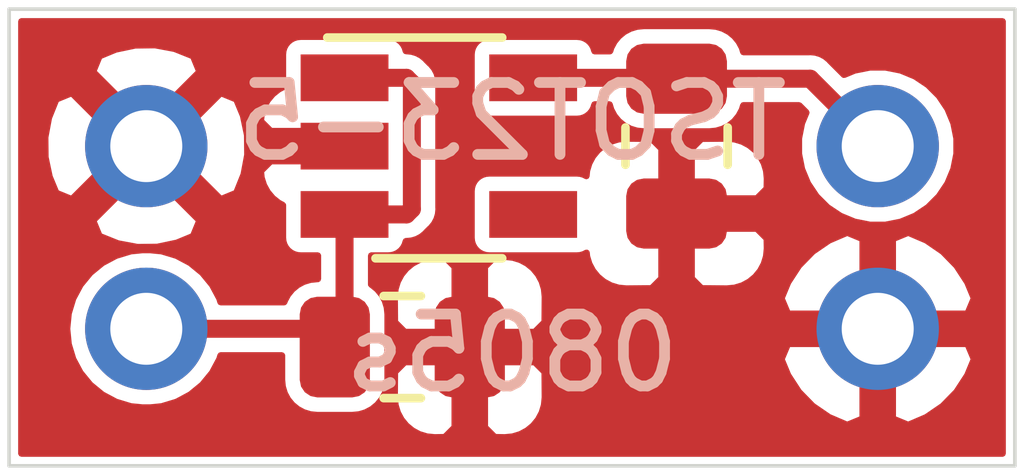
<source format=kicad_pcb>
(kicad_pcb (version 20171130) (host pcbnew "(5.1.2-1)-1")

  (general
    (thickness 1.6)
    (drawings 5)
    (tracks 13)
    (zones 0)
    (modules 5)
    (nets 5)
  )

  (page A4)
  (layers
    (0 F.Cu signal)
    (31 B.Cu signal)
    (32 B.Adhes user)
    (33 F.Adhes user)
    (34 B.Paste user)
    (35 F.Paste user)
    (36 B.SilkS user)
    (37 F.SilkS user)
    (38 B.Mask user)
    (39 F.Mask user)
    (40 Dwgs.User user)
    (41 Cmts.User user)
    (42 Eco1.User user)
    (43 Eco2.User user)
    (44 Edge.Cuts user)
    (45 Margin user)
    (46 B.CrtYd user)
    (47 F.CrtYd user)
    (48 B.Fab user)
    (49 F.Fab user)
  )

  (setup
    (last_trace_width 0.25)
    (trace_clearance 0.2)
    (zone_clearance 0.1)
    (zone_45_only no)
    (trace_min 0.2)
    (via_size 0.8)
    (via_drill 0.4)
    (via_min_size 0.4)
    (via_min_drill 0.3)
    (uvia_size 0.3)
    (uvia_drill 0.1)
    (uvias_allowed no)
    (uvia_min_size 0.2)
    (uvia_min_drill 0.1)
    (edge_width 0.05)
    (segment_width 0.2)
    (pcb_text_width 0.3)
    (pcb_text_size 1.5 1.5)
    (mod_edge_width 0.12)
    (mod_text_size 1 1)
    (mod_text_width 0.15)
    (pad_size 1.524 1.524)
    (pad_drill 0.762)
    (pad_to_mask_clearance 0.051)
    (solder_mask_min_width 0.25)
    (aux_axis_origin 0 0)
    (visible_elements FFFFFF7F)
    (pcbplotparams
      (layerselection 0x010fc_ffffffff)
      (usegerberextensions false)
      (usegerberattributes false)
      (usegerberadvancedattributes false)
      (creategerberjobfile false)
      (excludeedgelayer true)
      (linewidth 0.100000)
      (plotframeref false)
      (viasonmask false)
      (mode 1)
      (useauxorigin false)
      (hpglpennumber 1)
      (hpglpenspeed 20)
      (hpglpendiameter 15.000000)
      (psnegative false)
      (psa4output false)
      (plotreference true)
      (plotvalue true)
      (plotinvisibletext false)
      (padsonsilk false)
      (subtractmaskfromsilk false)
      (outputformat 1)
      (mirror false)
      (drillshape 1)
      (scaleselection 1)
      (outputdirectory ""))
  )

  (net 0 "")
  (net 1 "Net-(C1-Pad2)")
  (net 2 "Net-(C1-Pad1)")
  (net 3 "Net-(C2-Pad1)")
  (net 4 "Net-(U1-Pad4)")

  (net_class Default "This is the default net class."
    (clearance 0.2)
    (trace_width 0.25)
    (via_dia 0.8)
    (via_drill 0.4)
    (uvia_dia 0.3)
    (uvia_drill 0.1)
    (add_net "Net-(C1-Pad1)")
    (add_net "Net-(C1-Pad2)")
    (add_net "Net-(C2-Pad1)")
    (add_net "Net-(U1-Pad4)")
  )

  (module Connector_PinSocket_2.54mm:PinSocket_1x02_P2.54mm_Vertical (layer F.Cu) (tedit 5EC1F0C0) (tstamp 5EC24A25)
    (at 111.76 66.04)
    (descr "Through hole straight socket strip, 1x02, 2.54mm pitch, single row (from Kicad 4.0.7), script generated")
    (tags "Through hole socket strip THT 1x02 2.54mm single row")
    (path /5EC221DA)
    (fp_text reference J1 (at 0 -2.77) (layer F.SilkS) hide
      (effects (font (size 1 1) (thickness 0.15)))
    )
    (fp_text value Conn_01x02_Female (at 0 5.31) (layer F.Fab) hide
      (effects (font (size 1 1) (thickness 0.15)))
    )
    (fp_text user %R (at 0 1.27 90) (layer F.Fab)
      (effects (font (size 1 1) (thickness 0.15)))
    )
    (fp_line (start -1.8 4.3) (end -1.8 -1.8) (layer F.CrtYd) (width 0.05))
    (fp_line (start 1.75 4.3) (end -1.8 4.3) (layer F.CrtYd) (width 0.05))
    (fp_line (start 1.75 -1.8) (end 1.75 4.3) (layer F.CrtYd) (width 0.05))
    (fp_line (start -1.8 -1.8) (end 1.75 -1.8) (layer F.CrtYd) (width 0.05))
    (fp_line (start -1.27 3.81) (end -1.27 -1.27) (layer F.Fab) (width 0.1))
    (fp_line (start 1.27 3.81) (end -1.27 3.81) (layer F.Fab) (width 0.1))
    (fp_line (start 1.27 -0.635) (end 1.27 3.81) (layer F.Fab) (width 0.1))
    (fp_line (start 0.635 -1.27) (end 1.27 -0.635) (layer F.Fab) (width 0.1))
    (fp_line (start -1.27 -1.27) (end 0.635 -1.27) (layer F.Fab) (width 0.1))
    (pad 2 thru_hole oval (at 0 2.54) (size 1.7 1.7) (drill 1) (layers *.Cu *.Mask)
      (net 2 "Net-(C1-Pad1)"))
    (pad 1 thru_hole circle (at 0 0) (size 1.7 1.7) (drill 1) (layers *.Cu *.Mask)
      (net 1 "Net-(C1-Pad2)"))
    (model ${KISYS3DMOD}/Connector_PinSocket_2.54mm.3dshapes/PinSocket_1x02_P2.54mm_Vertical.wrl
      (at (xyz 0 0 0))
      (scale (xyz 1 1 1))
      (rotate (xyz 0 0 0))
    )
  )

  (module Connector_PinSocket_2.54mm:PinSocket_1x02_P2.54mm_Vertical (layer F.Cu) (tedit 5EC1F079) (tstamp 5EC24A3B)
    (at 121.92 66.04)
    (descr "Through hole straight socket strip, 1x02, 2.54mm pitch, single row (from Kicad 4.0.7), script generated")
    (tags "Through hole socket strip THT 1x02 2.54mm single row")
    (path /5EC231FC)
    (fp_text reference J2 (at 0 -2.77) (layer F.SilkS) hide
      (effects (font (size 1 1) (thickness 0.15)))
    )
    (fp_text value Conn_01x02_Female (at 0 5.31) (layer F.Fab) hide
      (effects (font (size 1 1) (thickness 0.15)))
    )
    (fp_text user %R (at 0 1.27 90) (layer F.Fab)
      (effects (font (size 1 1) (thickness 0.15)))
    )
    (fp_line (start -1.8 4.3) (end -1.8 -1.8) (layer F.CrtYd) (width 0.05))
    (fp_line (start 1.75 4.3) (end -1.8 4.3) (layer F.CrtYd) (width 0.05))
    (fp_line (start 1.75 -1.8) (end 1.75 4.3) (layer F.CrtYd) (width 0.05))
    (fp_line (start -1.8 -1.8) (end 1.75 -1.8) (layer F.CrtYd) (width 0.05))
    (fp_line (start -1.27 3.81) (end -1.27 -1.27) (layer F.Fab) (width 0.1))
    (fp_line (start 1.27 3.81) (end -1.27 3.81) (layer F.Fab) (width 0.1))
    (fp_line (start 1.27 -0.635) (end 1.27 3.81) (layer F.Fab) (width 0.1))
    (fp_line (start 0.635 -1.27) (end 1.27 -0.635) (layer F.Fab) (width 0.1))
    (fp_line (start -1.27 -1.27) (end 0.635 -1.27) (layer F.Fab) (width 0.1))
    (pad 2 thru_hole oval (at 0 2.54) (size 1.7 1.7) (drill 1) (layers *.Cu *.Mask)
      (net 1 "Net-(C1-Pad2)"))
    (pad 1 thru_hole circle (at 0 0) (size 1.7 1.7) (drill 1) (layers *.Cu *.Mask)
      (net 3 "Net-(C2-Pad1)"))
    (model ${KISYS3DMOD}/Connector_PinSocket_2.54mm.3dshapes/PinSocket_1x02_P2.54mm_Vertical.wrl
      (at (xyz 0 0 0))
      (scale (xyz 1 1 1))
      (rotate (xyz 0 0 0))
    )
  )

  (module Package_TO_SOT_SMD:TSOT-23-5 (layer F.Cu) (tedit 5A02FF57) (tstamp 5EC24A50)
    (at 115.824 66.04)
    (descr "5-pin TSOT23 package, http://cds.linear.com/docs/en/packaging/SOT_5_05-08-1635.pdf")
    (tags TSOT-23-5)
    (path /5EC1F9C1)
    (attr smd)
    (fp_text reference U1 (at 0 -2.45) (layer F.SilkS) hide
      (effects (font (size 1 1) (thickness 0.15)))
    )
    (fp_text value MIC5365-3.3YC5 (at 0 2.5) (layer F.Fab) hide
      (effects (font (size 1 1) (thickness 0.15)))
    )
    (fp_line (start 2.17 1.7) (end -2.17 1.7) (layer F.CrtYd) (width 0.05))
    (fp_line (start 2.17 1.7) (end 2.17 -1.7) (layer F.CrtYd) (width 0.05))
    (fp_line (start -2.17 -1.7) (end -2.17 1.7) (layer F.CrtYd) (width 0.05))
    (fp_line (start -2.17 -1.7) (end 2.17 -1.7) (layer F.CrtYd) (width 0.05))
    (fp_line (start 0.88 -1.45) (end 0.88 1.45) (layer F.Fab) (width 0.1))
    (fp_line (start 0.88 1.45) (end -0.88 1.45) (layer F.Fab) (width 0.1))
    (fp_line (start -0.88 -1) (end -0.88 1.45) (layer F.Fab) (width 0.1))
    (fp_line (start 0.88 -1.45) (end -0.43 -1.45) (layer F.Fab) (width 0.1))
    (fp_line (start -0.88 -1) (end -0.43 -1.45) (layer F.Fab) (width 0.1))
    (fp_line (start 0.88 -1.51) (end -1.55 -1.51) (layer F.SilkS) (width 0.12))
    (fp_line (start -0.88 1.56) (end 0.88 1.56) (layer F.SilkS) (width 0.12))
    (fp_text user %R (at 0 0 90) (layer F.Fab)
      (effects (font (size 0.5 0.5) (thickness 0.075)))
    )
    (pad 5 smd rect (at 1.31 -0.95) (size 1.22 0.65) (layers F.Cu F.Paste F.Mask)
      (net 3 "Net-(C2-Pad1)"))
    (pad 4 smd rect (at 1.31 0.95) (size 1.22 0.65) (layers F.Cu F.Paste F.Mask)
      (net 4 "Net-(U1-Pad4)"))
    (pad 3 smd rect (at -1.31 0.95) (size 1.22 0.65) (layers F.Cu F.Paste F.Mask)
      (net 2 "Net-(C1-Pad1)"))
    (pad 2 smd rect (at -1.31 0) (size 1.22 0.65) (layers F.Cu F.Paste F.Mask)
      (net 1 "Net-(C1-Pad2)"))
    (pad 1 smd rect (at -1.31 -0.95) (size 1.22 0.65) (layers F.Cu F.Paste F.Mask)
      (net 2 "Net-(C1-Pad1)"))
    (model ${KISYS3DMOD}/Package_TO_SOT_SMD.3dshapes/TSOT-23-5.wrl
      (at (xyz 0 0 0))
      (scale (xyz 1 1 1))
      (rotate (xyz 0 0 0))
    )
  )

  (module Capacitor_SMD:C_0805_2012Metric (layer F.Cu) (tedit 5B36C52B) (tstamp 5EC24A0F)
    (at 119.126 66.04 270)
    (descr "Capacitor SMD 0805 (2012 Metric), square (rectangular) end terminal, IPC_7351 nominal, (Body size source: https://docs.google.com/spreadsheets/d/1BsfQQcO9C6DZCsRaXUlFlo91Tg2WpOkGARC1WS5S8t0/edit?usp=sharing), generated with kicad-footprint-generator")
    (tags capacitor)
    (path /5EC214AE)
    (attr smd)
    (fp_text reference C2 (at 0 -1.65 90) (layer F.SilkS) hide
      (effects (font (size 1 1) (thickness 0.15)))
    )
    (fp_text value C_Small (at 0 1.65 90) (layer F.Fab) hide
      (effects (font (size 1 1) (thickness 0.15)))
    )
    (fp_text user %R (at 0 0 90) (layer F.Fab)
      (effects (font (size 0.5 0.5) (thickness 0.08)))
    )
    (fp_line (start 1.68 0.95) (end -1.68 0.95) (layer F.CrtYd) (width 0.05))
    (fp_line (start 1.68 -0.95) (end 1.68 0.95) (layer F.CrtYd) (width 0.05))
    (fp_line (start -1.68 -0.95) (end 1.68 -0.95) (layer F.CrtYd) (width 0.05))
    (fp_line (start -1.68 0.95) (end -1.68 -0.95) (layer F.CrtYd) (width 0.05))
    (fp_line (start -0.258578 0.71) (end 0.258578 0.71) (layer F.SilkS) (width 0.12))
    (fp_line (start -0.258578 -0.71) (end 0.258578 -0.71) (layer F.SilkS) (width 0.12))
    (fp_line (start 1 0.6) (end -1 0.6) (layer F.Fab) (width 0.1))
    (fp_line (start 1 -0.6) (end 1 0.6) (layer F.Fab) (width 0.1))
    (fp_line (start -1 -0.6) (end 1 -0.6) (layer F.Fab) (width 0.1))
    (fp_line (start -1 0.6) (end -1 -0.6) (layer F.Fab) (width 0.1))
    (pad 2 smd roundrect (at 0.9375 0 270) (size 0.975 1.4) (layers F.Cu F.Paste F.Mask) (roundrect_rratio 0.25)
      (net 1 "Net-(C1-Pad2)"))
    (pad 1 smd roundrect (at -0.9375 0 270) (size 0.975 1.4) (layers F.Cu F.Paste F.Mask) (roundrect_rratio 0.25)
      (net 3 "Net-(C2-Pad1)"))
    (model ${KISYS3DMOD}/Capacitor_SMD.3dshapes/C_0805_2012Metric.wrl
      (at (xyz 0 0 0))
      (scale (xyz 1 1 1))
      (rotate (xyz 0 0 0))
    )
  )

  (module Capacitor_SMD:C_0805_2012Metric (layer F.Cu) (tedit 5B36C52B) (tstamp 5EC249FE)
    (at 115.316 68.834)
    (descr "Capacitor SMD 0805 (2012 Metric), square (rectangular) end terminal, IPC_7351 nominal, (Body size source: https://docs.google.com/spreadsheets/d/1BsfQQcO9C6DZCsRaXUlFlo91Tg2WpOkGARC1WS5S8t0/edit?usp=sharing), generated with kicad-footprint-generator")
    (tags capacitor)
    (path /5EC20621)
    (attr smd)
    (fp_text reference C1 (at 0 -1.65) (layer F.SilkS) hide
      (effects (font (size 1 1) (thickness 0.15)))
    )
    (fp_text value C_Small (at 0 1.65) (layer F.Fab) hide
      (effects (font (size 1 1) (thickness 0.15)))
    )
    (fp_text user %R (at 0 0) (layer F.Fab)
      (effects (font (size 0.5 0.5) (thickness 0.08)))
    )
    (fp_line (start 1.68 0.95) (end -1.68 0.95) (layer F.CrtYd) (width 0.05))
    (fp_line (start 1.68 -0.95) (end 1.68 0.95) (layer F.CrtYd) (width 0.05))
    (fp_line (start -1.68 -0.95) (end 1.68 -0.95) (layer F.CrtYd) (width 0.05))
    (fp_line (start -1.68 0.95) (end -1.68 -0.95) (layer F.CrtYd) (width 0.05))
    (fp_line (start -0.258578 0.71) (end 0.258578 0.71) (layer F.SilkS) (width 0.12))
    (fp_line (start -0.258578 -0.71) (end 0.258578 -0.71) (layer F.SilkS) (width 0.12))
    (fp_line (start 1 0.6) (end -1 0.6) (layer F.Fab) (width 0.1))
    (fp_line (start 1 -0.6) (end 1 0.6) (layer F.Fab) (width 0.1))
    (fp_line (start -1 -0.6) (end 1 -0.6) (layer F.Fab) (width 0.1))
    (fp_line (start -1 0.6) (end -1 -0.6) (layer F.Fab) (width 0.1))
    (pad 2 smd roundrect (at 0.9375 0) (size 0.975 1.4) (layers F.Cu F.Paste F.Mask) (roundrect_rratio 0.25)
      (net 1 "Net-(C1-Pad2)"))
    (pad 1 smd roundrect (at -0.9375 0) (size 0.975 1.4) (layers F.Cu F.Paste F.Mask) (roundrect_rratio 0.25)
      (net 2 "Net-(C1-Pad1)"))
    (model ${KISYS3DMOD}/Capacitor_SMD.3dshapes/C_0805_2012Metric.wrl
      (at (xyz 0 0 0))
      (scale (xyz 1 1 1))
      (rotate (xyz 0 0 0))
    )
  )

  (gr_text "TSOT23-5\n\n0805s" (at 116.84 67.31) (layer B.SilkS)
    (effects (font (size 1 1) (thickness 0.15)) (justify mirror))
  )
  (gr_line (start 109.855 70.485) (end 109.855 64.135) (layer Edge.Cuts) (width 0.05) (tstamp 5EC25686))
  (gr_line (start 123.825 70.485) (end 109.855 70.485) (layer Edge.Cuts) (width 0.05))
  (gr_line (start 123.825 64.135) (end 123.825 70.485) (layer Edge.Cuts) (width 0.05))
  (gr_line (start 109.855 64.135) (end 123.825 64.135) (layer Edge.Cuts) (width 0.05))

  (segment (start 115.374 66.99) (end 114.514 66.99) (width 0.25) (layer F.Cu) (net 2))
  (segment (start 115.449001 66.914999) (end 115.374 66.99) (width 0.25) (layer F.Cu) (net 2))
  (segment (start 115.449001 65.165001) (end 115.449001 66.914999) (width 0.25) (layer F.Cu) (net 2))
  (segment (start 115.374 65.09) (end 115.449001 65.165001) (width 0.25) (layer F.Cu) (net 2))
  (segment (start 114.514 65.09) (end 115.374 65.09) (width 0.25) (layer F.Cu) (net 2))
  (segment (start 114.514 68.6985) (end 114.3785 68.834) (width 0.25) (layer F.Cu) (net 2))
  (segment (start 114.514 66.99) (end 114.514 68.6985) (width 0.25) (layer F.Cu) (net 2))
  (segment (start 114.1245 68.58) (end 114.3785 68.834) (width 0.25) (layer F.Cu) (net 2))
  (segment (start 111.76 68.58) (end 114.1245 68.58) (width 0.25) (layer F.Cu) (net 2))
  (segment (start 120.9825 65.1025) (end 121.92 66.04) (width 0.25) (layer F.Cu) (net 3))
  (segment (start 119.126 65.1025) (end 120.9825 65.1025) (width 0.25) (layer F.Cu) (net 3))
  (segment (start 119.1135 65.09) (end 119.126 65.1025) (width 0.25) (layer F.Cu) (net 3))
  (segment (start 117.134 65.09) (end 119.1135 65.09) (width 0.25) (layer F.Cu) (net 3))

  (zone (net 1) (net_name "Net-(C1-Pad2)") (layer F.Cu) (tstamp 0) (hatch edge 0.508)
    (connect_pads (clearance 0.1))
    (min_thickness 0.09)
    (fill yes (arc_segments 32) (thermal_gap 0.508) (thermal_bridge_width 0.508))
    (polygon
      (pts
        (xy 109.728 64.008) (xy 123.952 64.008) (xy 123.952 70.612) (xy 109.728 70.612)
      )
    )
    (filled_polygon
      (pts
        (xy 123.655001 70.315) (xy 110.025 70.315) (xy 110.025 68.58) (xy 110.659702 68.58) (xy 110.680844 68.794657)
        (xy 110.743457 69.001066) (xy 110.845136 69.191293) (xy 110.981972 69.358028) (xy 111.148707 69.494864) (xy 111.338934 69.596543)
        (xy 111.545343 69.659156) (xy 111.706209 69.675) (xy 111.813791 69.675) (xy 111.974657 69.659156) (xy 112.181066 69.596543)
        (xy 112.371293 69.494864) (xy 112.538028 69.358028) (xy 112.674864 69.191293) (xy 112.776543 69.001066) (xy 112.792034 68.95)
        (xy 113.644815 68.95) (xy 113.644815 69.29025) (xy 113.654229 69.385832) (xy 113.682109 69.47774) (xy 113.727384 69.562443)
        (xy 113.788314 69.636686) (xy 113.862557 69.697616) (xy 113.94726 69.742891) (xy 114.039168 69.770771) (xy 114.13475 69.780185)
        (xy 114.62225 69.780185) (xy 114.717832 69.770771) (xy 114.80974 69.742891) (xy 114.894443 69.697616) (xy 114.968686 69.636686)
        (xy 115.029616 69.562443) (xy 115.044819 69.534) (xy 115.210324 69.534) (xy 115.221001 69.642407) (xy 115.252622 69.746648)
        (xy 115.303972 69.842717) (xy 115.373078 69.926922) (xy 115.457283 69.996028) (xy 115.553352 70.047378) (xy 115.657593 70.078999)
        (xy 115.766 70.089676) (xy 115.90625 70.087) (xy 116.0445 69.94875) (xy 116.0445 69.043) (xy 116.4625 69.043)
        (xy 116.4625 69.94875) (xy 116.60075 70.087) (xy 116.741 70.089676) (xy 116.849407 70.078999) (xy 116.953648 70.047378)
        (xy 117.049717 69.996028) (xy 117.133922 69.926922) (xy 117.203028 69.842717) (xy 117.254378 69.746648) (xy 117.285999 69.642407)
        (xy 117.296676 69.534) (xy 117.294 69.18125) (xy 117.15575 69.043) (xy 116.4625 69.043) (xy 116.0445 69.043)
        (xy 115.35125 69.043) (xy 115.213 69.18125) (xy 115.210324 69.534) (xy 115.044819 69.534) (xy 115.074891 69.47774)
        (xy 115.102771 69.385832) (xy 115.112185 69.29025) (xy 115.112185 69.003456) (xy 120.582429 69.003456) (xy 120.67476 69.226381)
        (xy 120.82479 69.456895) (xy 121.016908 69.653711) (xy 121.243731 69.809265) (xy 121.496543 69.917579) (xy 121.711 69.829104)
        (xy 121.711 68.789) (xy 122.129 68.789) (xy 122.129 69.829104) (xy 122.343457 69.917579) (xy 122.596269 69.809265)
        (xy 122.823092 69.653711) (xy 123.01521 69.456895) (xy 123.16524 69.226381) (xy 123.257571 69.003456) (xy 123.167362 68.789)
        (xy 122.129 68.789) (xy 121.711 68.789) (xy 120.672638 68.789) (xy 120.582429 69.003456) (xy 115.112185 69.003456)
        (xy 115.112185 68.37775) (xy 115.102771 68.282168) (xy 115.074891 68.19026) (xy 115.04482 68.134) (xy 115.210324 68.134)
        (xy 115.213 68.48675) (xy 115.35125 68.625) (xy 116.0445 68.625) (xy 116.0445 67.71925) (xy 116.4625 67.71925)
        (xy 116.4625 68.625) (xy 117.15575 68.625) (xy 117.294 68.48675) (xy 117.296504 68.156544) (xy 120.582429 68.156544)
        (xy 120.672638 68.371) (xy 121.711 68.371) (xy 121.711 67.330896) (xy 122.129 67.330896) (xy 122.129 68.371)
        (xy 123.167362 68.371) (xy 123.257571 68.156544) (xy 123.16524 67.933619) (xy 123.01521 67.703105) (xy 122.823092 67.506289)
        (xy 122.596269 67.350735) (xy 122.343457 67.242421) (xy 122.129 67.330896) (xy 121.711 67.330896) (xy 121.496543 67.242421)
        (xy 121.243731 67.350735) (xy 121.016908 67.506289) (xy 120.82479 67.703105) (xy 120.67476 67.933619) (xy 120.582429 68.156544)
        (xy 117.296504 68.156544) (xy 117.296676 68.134) (xy 117.285999 68.025593) (xy 117.254378 67.921352) (xy 117.203028 67.825283)
        (xy 117.133922 67.741078) (xy 117.049717 67.671972) (xy 116.953648 67.620622) (xy 116.849407 67.589001) (xy 116.741 67.578324)
        (xy 116.60075 67.581) (xy 116.4625 67.71925) (xy 116.0445 67.71925) (xy 115.90625 67.581) (xy 115.766 67.578324)
        (xy 115.657593 67.589001) (xy 115.553352 67.620622) (xy 115.457283 67.671972) (xy 115.373078 67.741078) (xy 115.303972 67.825283)
        (xy 115.252622 67.921352) (xy 115.221001 68.025593) (xy 115.210324 68.134) (xy 115.04482 68.134) (xy 115.029616 68.105557)
        (xy 114.968686 68.031314) (xy 114.894443 67.970384) (xy 114.884 67.964802) (xy 114.884 67.561185) (xy 115.124 67.561185)
        (xy 115.172028 67.556455) (xy 115.218211 67.542445) (xy 115.260773 67.519695) (xy 115.298079 67.489079) (xy 115.328695 67.451773)
        (xy 115.351445 67.409211) (xy 115.365455 67.363028) (xy 115.365658 67.360967) (xy 115.374 67.361789) (xy 115.392163 67.36)
        (xy 115.392174 67.36) (xy 115.446533 67.354646) (xy 115.516278 67.333489) (xy 115.580555 67.299132) (xy 115.636895 67.252895)
        (xy 115.648483 67.238775) (xy 115.697776 67.189482) (xy 115.711896 67.177894) (xy 115.758133 67.121554) (xy 115.79249 67.057277)
        (xy 115.813647 66.987532) (xy 115.819001 66.933173) (xy 115.819001 66.933164) (xy 115.82079 66.915) (xy 115.819001 66.896836)
        (xy 115.819001 66.665) (xy 116.277815 66.665) (xy 116.277815 67.315) (xy 116.282545 67.363028) (xy 116.296555 67.409211)
        (xy 116.319305 67.451773) (xy 116.349921 67.489079) (xy 116.387227 67.519695) (xy 116.429789 67.542445) (xy 116.475972 67.556455)
        (xy 116.524 67.561185) (xy 117.744 67.561185) (xy 117.792028 67.556455) (xy 117.838211 67.542445) (xy 117.875964 67.522265)
        (xy 117.881001 67.573407) (xy 117.912622 67.677648) (xy 117.963972 67.773717) (xy 118.033078 67.857922) (xy 118.117283 67.927028)
        (xy 118.213352 67.978378) (xy 118.317593 68.009999) (xy 118.426 68.020676) (xy 118.77875 68.018) (xy 118.917 67.87975)
        (xy 118.917 67.1865) (xy 119.335 67.1865) (xy 119.335 67.87975) (xy 119.47325 68.018) (xy 119.826 68.020676)
        (xy 119.934407 68.009999) (xy 120.038648 67.978378) (xy 120.134717 67.927028) (xy 120.218922 67.857922) (xy 120.288028 67.773717)
        (xy 120.339378 67.677648) (xy 120.370999 67.573407) (xy 120.381676 67.465) (xy 120.379 67.32475) (xy 120.24075 67.1865)
        (xy 119.335 67.1865) (xy 118.917 67.1865) (xy 118.897 67.1865) (xy 118.897 66.7685) (xy 118.917 66.7685)
        (xy 118.917 66.07525) (xy 119.335 66.07525) (xy 119.335 66.7685) (xy 120.24075 66.7685) (xy 120.379 66.63025)
        (xy 120.381676 66.49) (xy 120.370999 66.381593) (xy 120.339378 66.277352) (xy 120.288028 66.181283) (xy 120.218922 66.097078)
        (xy 120.134717 66.027972) (xy 120.038648 65.976622) (xy 119.934407 65.945001) (xy 119.826 65.934324) (xy 119.47325 65.937)
        (xy 119.335 66.07525) (xy 118.917 66.07525) (xy 118.77875 65.937) (xy 118.426 65.934324) (xy 118.317593 65.945001)
        (xy 118.213352 65.976622) (xy 118.117283 66.027972) (xy 118.033078 66.097078) (xy 117.963972 66.181283) (xy 117.912622 66.277352)
        (xy 117.881001 66.381593) (xy 117.873625 66.456484) (xy 117.838211 66.437555) (xy 117.792028 66.423545) (xy 117.744 66.418815)
        (xy 116.524 66.418815) (xy 116.475972 66.423545) (xy 116.429789 66.437555) (xy 116.387227 66.460305) (xy 116.349921 66.490921)
        (xy 116.319305 66.528227) (xy 116.296555 66.570789) (xy 116.282545 66.616972) (xy 116.277815 66.665) (xy 115.819001 66.665)
        (xy 115.819001 65.183164) (xy 115.82079 65.165) (xy 115.819001 65.146836) (xy 115.819001 65.146827) (xy 115.813647 65.092468)
        (xy 115.79249 65.022723) (xy 115.758133 64.958446) (xy 115.711896 64.902106) (xy 115.697777 64.890519) (xy 115.648483 64.841225)
        (xy 115.636895 64.827105) (xy 115.580555 64.780868) (xy 115.550869 64.765) (xy 116.277815 64.765) (xy 116.277815 65.415)
        (xy 116.282545 65.463028) (xy 116.296555 65.509211) (xy 116.319305 65.551773) (xy 116.349921 65.589079) (xy 116.387227 65.619695)
        (xy 116.429789 65.642445) (xy 116.475972 65.656455) (xy 116.524 65.661185) (xy 117.744 65.661185) (xy 117.792028 65.656455)
        (xy 117.838211 65.642445) (xy 117.880773 65.619695) (xy 117.918079 65.589079) (xy 117.948695 65.551773) (xy 117.971445 65.509211)
        (xy 117.985455 65.463028) (xy 117.985753 65.46) (xy 118.19474 65.46) (xy 118.217109 65.53374) (xy 118.262384 65.618443)
        (xy 118.323314 65.692686) (xy 118.397557 65.753616) (xy 118.48226 65.798891) (xy 118.574168 65.826771) (xy 118.66975 65.836185)
        (xy 119.58225 65.836185) (xy 119.677832 65.826771) (xy 119.76974 65.798891) (xy 119.854443 65.753616) (xy 119.928686 65.692686)
        (xy 119.989616 65.618443) (xy 120.034891 65.53374) (xy 120.053468 65.4725) (xy 120.829242 65.4725) (xy 120.928665 65.571923)
        (xy 120.86708 65.7206) (xy 120.825 65.932152) (xy 120.825 66.147848) (xy 120.86708 66.3594) (xy 120.949624 66.558677)
        (xy 121.069458 66.738022) (xy 121.221978 66.890542) (xy 121.401323 67.010376) (xy 121.6006 67.09292) (xy 121.812152 67.135)
        (xy 122.027848 67.135) (xy 122.2394 67.09292) (xy 122.438677 67.010376) (xy 122.618022 66.890542) (xy 122.770542 66.738022)
        (xy 122.890376 66.558677) (xy 122.97292 66.3594) (xy 123.015 66.147848) (xy 123.015 65.932152) (xy 122.97292 65.7206)
        (xy 122.890376 65.521323) (xy 122.770542 65.341978) (xy 122.618022 65.189458) (xy 122.438677 65.069624) (xy 122.2394 64.98708)
        (xy 122.027848 64.945) (xy 121.812152 64.945) (xy 121.6006 64.98708) (xy 121.451923 65.048665) (xy 121.256983 64.853725)
        (xy 121.245395 64.839605) (xy 121.189055 64.793368) (xy 121.124778 64.759011) (xy 121.055033 64.737854) (xy 121.000674 64.7325)
        (xy 121.000663 64.7325) (xy 120.9825 64.730711) (xy 120.964337 64.7325) (xy 120.053468 64.7325) (xy 120.034891 64.67126)
        (xy 119.989616 64.586557) (xy 119.928686 64.512314) (xy 119.854443 64.451384) (xy 119.76974 64.406109) (xy 119.677832 64.378229)
        (xy 119.58225 64.368815) (xy 118.66975 64.368815) (xy 118.574168 64.378229) (xy 118.48226 64.406109) (xy 118.397557 64.451384)
        (xy 118.323314 64.512314) (xy 118.262384 64.586557) (xy 118.217109 64.67126) (xy 118.202324 64.72) (xy 117.985753 64.72)
        (xy 117.985455 64.716972) (xy 117.971445 64.670789) (xy 117.948695 64.628227) (xy 117.918079 64.590921) (xy 117.880773 64.560305)
        (xy 117.838211 64.537555) (xy 117.792028 64.523545) (xy 117.744 64.518815) (xy 116.524 64.518815) (xy 116.475972 64.523545)
        (xy 116.429789 64.537555) (xy 116.387227 64.560305) (xy 116.349921 64.590921) (xy 116.319305 64.628227) (xy 116.296555 64.670789)
        (xy 116.282545 64.716972) (xy 116.277815 64.765) (xy 115.550869 64.765) (xy 115.516278 64.746511) (xy 115.446533 64.725354)
        (xy 115.392174 64.72) (xy 115.392163 64.72) (xy 115.374 64.718211) (xy 115.365658 64.719033) (xy 115.365455 64.716972)
        (xy 115.351445 64.670789) (xy 115.328695 64.628227) (xy 115.298079 64.590921) (xy 115.260773 64.560305) (xy 115.218211 64.537555)
        (xy 115.172028 64.523545) (xy 115.124 64.518815) (xy 113.904 64.518815) (xy 113.855972 64.523545) (xy 113.809789 64.537555)
        (xy 113.767227 64.560305) (xy 113.729921 64.590921) (xy 113.699305 64.628227) (xy 113.676555 64.670789) (xy 113.662545 64.716972)
        (xy 113.657815 64.765) (xy 113.657815 65.219731) (xy 113.601105 65.249135) (xy 113.516039 65.317178) (xy 113.445883 65.40051)
        (xy 113.393331 65.495927) (xy 113.360404 65.599763) (xy 113.351 65.69275) (xy 113.48925 65.831) (xy 114.305 65.831)
        (xy 114.305 65.811) (xy 114.723 65.811) (xy 114.723 65.831) (xy 114.743 65.831) (xy 114.743 66.249)
        (xy 114.723 66.249) (xy 114.723 66.269) (xy 114.305 66.269) (xy 114.305 66.249) (xy 113.48925 66.249)
        (xy 113.351 66.38725) (xy 113.360404 66.480237) (xy 113.393331 66.584073) (xy 113.445883 66.67949) (xy 113.516039 66.762822)
        (xy 113.601105 66.830865) (xy 113.657815 66.860269) (xy 113.657815 67.315) (xy 113.662545 67.363028) (xy 113.676555 67.409211)
        (xy 113.699305 67.451773) (xy 113.729921 67.489079) (xy 113.767227 67.519695) (xy 113.809789 67.542445) (xy 113.855972 67.556455)
        (xy 113.904 67.561185) (xy 114.144 67.561185) (xy 114.144001 67.887815) (xy 114.13475 67.887815) (xy 114.039168 67.897229)
        (xy 113.94726 67.925109) (xy 113.862557 67.970384) (xy 113.788314 68.031314) (xy 113.727384 68.105557) (xy 113.682109 68.19026)
        (xy 113.676121 68.21) (xy 112.792034 68.21) (xy 112.776543 68.158934) (xy 112.674864 67.968707) (xy 112.538028 67.801972)
        (xy 112.371293 67.665136) (xy 112.181066 67.563457) (xy 111.974657 67.500844) (xy 111.813791 67.485) (xy 111.706209 67.485)
        (xy 111.545343 67.500844) (xy 111.338934 67.563457) (xy 111.148707 67.665136) (xy 110.981972 67.801972) (xy 110.845136 67.968707)
        (xy 110.743457 68.158934) (xy 110.680844 68.365343) (xy 110.659702 68.58) (xy 110.025 68.58) (xy 110.025 67.07467)
        (xy 111.0209 67.07467) (xy 111.109588 67.290788) (xy 111.366103 67.393644) (xy 111.637754 67.44448) (xy 111.914103 67.441342)
        (xy 112.184531 67.384352) (xy 112.410412 67.290788) (xy 112.4991 67.07467) (xy 111.76 66.335571) (xy 111.0209 67.07467)
        (xy 110.025 67.07467) (xy 110.025 65.917754) (xy 110.35552 65.917754) (xy 110.358658 66.194103) (xy 110.415648 66.464531)
        (xy 110.509212 66.690412) (xy 110.72533 66.7791) (xy 111.464429 66.04) (xy 112.055571 66.04) (xy 112.79467 66.7791)
        (xy 113.010788 66.690412) (xy 113.113644 66.433897) (xy 113.16448 66.162246) (xy 113.161342 65.885897) (xy 113.104352 65.615469)
        (xy 113.010788 65.389588) (xy 112.79467 65.3009) (xy 112.055571 66.04) (xy 111.464429 66.04) (xy 110.72533 65.3009)
        (xy 110.509212 65.389588) (xy 110.406356 65.646103) (xy 110.35552 65.917754) (xy 110.025 65.917754) (xy 110.025 65.00533)
        (xy 111.0209 65.00533) (xy 111.76 65.744429) (xy 112.4991 65.00533) (xy 112.410412 64.789212) (xy 112.153897 64.686356)
        (xy 111.882246 64.63552) (xy 111.605897 64.638658) (xy 111.335469 64.695648) (xy 111.109588 64.789212) (xy 111.0209 65.00533)
        (xy 110.025 65.00533) (xy 110.025 64.305) (xy 123.655 64.305)
      )
    )
  )
)

</source>
